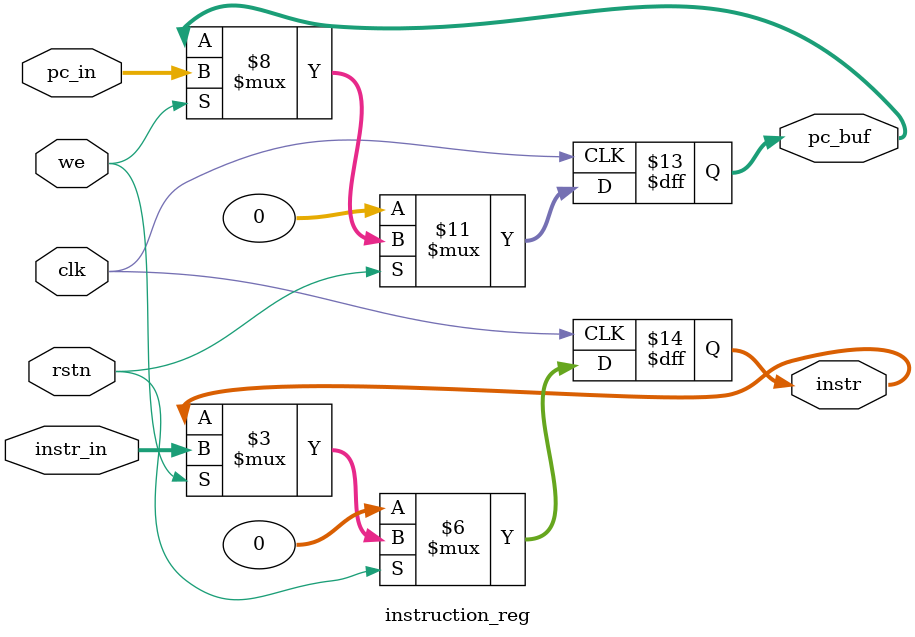
<source format=v>
module instruction_reg (
  input clk, rstn, we,
  input [31:0] pc_in, instr_in,
  output reg [31:0] pc_buf, instr
);

always @ (posedge clk) begin
  if (!rstn) begin
    pc_buf <= 32'b0;
    instr  <= 32'b0;
  end else if (we) begin
    pc_buf <= pc_in;
    instr  <= instr_in;
  end
end

endmodule

</source>
